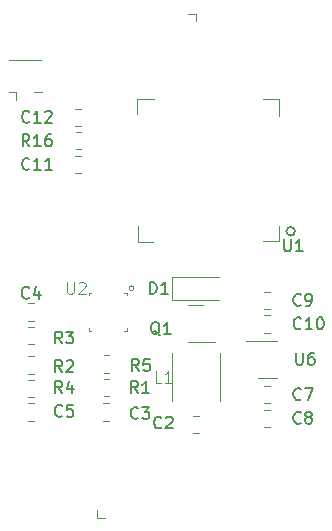
<source format=gbr>
%TF.GenerationSoftware,KiCad,Pcbnew,7.0.7*%
%TF.CreationDate,2024-01-18T13:53:05-05:00*%
%TF.ProjectId,DDRN_Hardware,4444524e-5f48-4617-9264-776172652e6b,rev?*%
%TF.SameCoordinates,Original*%
%TF.FileFunction,Legend,Top*%
%TF.FilePolarity,Positive*%
%FSLAX46Y46*%
G04 Gerber Fmt 4.6, Leading zero omitted, Abs format (unit mm)*
G04 Created by KiCad (PCBNEW 7.0.7) date 2024-01-18 13:53:05*
%MOMM*%
%LPD*%
G01*
G04 APERTURE LIST*
%ADD10C,0.150000*%
%ADD11C,0.100000*%
%ADD12C,0.120000*%
G04 APERTURE END LIST*
D10*
X38161905Y-88904819D02*
X38161905Y-87904819D01*
X38161905Y-87904819D02*
X38400000Y-87904819D01*
X38400000Y-87904819D02*
X38542857Y-87952438D01*
X38542857Y-87952438D02*
X38638095Y-88047676D01*
X38638095Y-88047676D02*
X38685714Y-88142914D01*
X38685714Y-88142914D02*
X38733333Y-88333390D01*
X38733333Y-88333390D02*
X38733333Y-88476247D01*
X38733333Y-88476247D02*
X38685714Y-88666723D01*
X38685714Y-88666723D02*
X38638095Y-88761961D01*
X38638095Y-88761961D02*
X38542857Y-88857200D01*
X38542857Y-88857200D02*
X38400000Y-88904819D01*
X38400000Y-88904819D02*
X38161905Y-88904819D01*
X39685714Y-88904819D02*
X39114286Y-88904819D01*
X39400000Y-88904819D02*
X39400000Y-87904819D01*
X39400000Y-87904819D02*
X39304762Y-88047676D01*
X39304762Y-88047676D02*
X39209524Y-88142914D01*
X39209524Y-88142914D02*
X39114286Y-88190533D01*
D11*
X31138095Y-87907419D02*
X31138095Y-88716942D01*
X31138095Y-88716942D02*
X31185714Y-88812180D01*
X31185714Y-88812180D02*
X31233333Y-88859800D01*
X31233333Y-88859800D02*
X31328571Y-88907419D01*
X31328571Y-88907419D02*
X31519047Y-88907419D01*
X31519047Y-88907419D02*
X31614285Y-88859800D01*
X31614285Y-88859800D02*
X31661904Y-88812180D01*
X31661904Y-88812180D02*
X31709523Y-88716942D01*
X31709523Y-88716942D02*
X31709523Y-87907419D01*
X32138095Y-88002657D02*
X32185714Y-87955038D01*
X32185714Y-87955038D02*
X32280952Y-87907419D01*
X32280952Y-87907419D02*
X32519047Y-87907419D01*
X32519047Y-87907419D02*
X32614285Y-87955038D01*
X32614285Y-87955038D02*
X32661904Y-88002657D01*
X32661904Y-88002657D02*
X32709523Y-88097895D01*
X32709523Y-88097895D02*
X32709523Y-88193133D01*
X32709523Y-88193133D02*
X32661904Y-88335990D01*
X32661904Y-88335990D02*
X32090476Y-88907419D01*
X32090476Y-88907419D02*
X32709523Y-88907419D01*
D10*
X37158333Y-99409580D02*
X37110714Y-99457200D01*
X37110714Y-99457200D02*
X36967857Y-99504819D01*
X36967857Y-99504819D02*
X36872619Y-99504819D01*
X36872619Y-99504819D02*
X36729762Y-99457200D01*
X36729762Y-99457200D02*
X36634524Y-99361961D01*
X36634524Y-99361961D02*
X36586905Y-99266723D01*
X36586905Y-99266723D02*
X36539286Y-99076247D01*
X36539286Y-99076247D02*
X36539286Y-98933390D01*
X36539286Y-98933390D02*
X36586905Y-98742914D01*
X36586905Y-98742914D02*
X36634524Y-98647676D01*
X36634524Y-98647676D02*
X36729762Y-98552438D01*
X36729762Y-98552438D02*
X36872619Y-98504819D01*
X36872619Y-98504819D02*
X36967857Y-98504819D01*
X36967857Y-98504819D02*
X37110714Y-98552438D01*
X37110714Y-98552438D02*
X37158333Y-98600057D01*
X37491667Y-98504819D02*
X38110714Y-98504819D01*
X38110714Y-98504819D02*
X37777381Y-98885771D01*
X37777381Y-98885771D02*
X37920238Y-98885771D01*
X37920238Y-98885771D02*
X38015476Y-98933390D01*
X38015476Y-98933390D02*
X38063095Y-98981009D01*
X38063095Y-98981009D02*
X38110714Y-99076247D01*
X38110714Y-99076247D02*
X38110714Y-99314342D01*
X38110714Y-99314342D02*
X38063095Y-99409580D01*
X38063095Y-99409580D02*
X38015476Y-99457200D01*
X38015476Y-99457200D02*
X37920238Y-99504819D01*
X37920238Y-99504819D02*
X37634524Y-99504819D01*
X37634524Y-99504819D02*
X37539286Y-99457200D01*
X37539286Y-99457200D02*
X37491667Y-99409580D01*
X50957142Y-91809580D02*
X50909523Y-91857200D01*
X50909523Y-91857200D02*
X50766666Y-91904819D01*
X50766666Y-91904819D02*
X50671428Y-91904819D01*
X50671428Y-91904819D02*
X50528571Y-91857200D01*
X50528571Y-91857200D02*
X50433333Y-91761961D01*
X50433333Y-91761961D02*
X50385714Y-91666723D01*
X50385714Y-91666723D02*
X50338095Y-91476247D01*
X50338095Y-91476247D02*
X50338095Y-91333390D01*
X50338095Y-91333390D02*
X50385714Y-91142914D01*
X50385714Y-91142914D02*
X50433333Y-91047676D01*
X50433333Y-91047676D02*
X50528571Y-90952438D01*
X50528571Y-90952438D02*
X50671428Y-90904819D01*
X50671428Y-90904819D02*
X50766666Y-90904819D01*
X50766666Y-90904819D02*
X50909523Y-90952438D01*
X50909523Y-90952438D02*
X50957142Y-91000057D01*
X51909523Y-91904819D02*
X51338095Y-91904819D01*
X51623809Y-91904819D02*
X51623809Y-90904819D01*
X51623809Y-90904819D02*
X51528571Y-91047676D01*
X51528571Y-91047676D02*
X51433333Y-91142914D01*
X51433333Y-91142914D02*
X51338095Y-91190533D01*
X52528571Y-90904819D02*
X52623809Y-90904819D01*
X52623809Y-90904819D02*
X52719047Y-90952438D01*
X52719047Y-90952438D02*
X52766666Y-91000057D01*
X52766666Y-91000057D02*
X52814285Y-91095295D01*
X52814285Y-91095295D02*
X52861904Y-91285771D01*
X52861904Y-91285771D02*
X52861904Y-91523866D01*
X52861904Y-91523866D02*
X52814285Y-91714342D01*
X52814285Y-91714342D02*
X52766666Y-91809580D01*
X52766666Y-91809580D02*
X52719047Y-91857200D01*
X52719047Y-91857200D02*
X52623809Y-91904819D01*
X52623809Y-91904819D02*
X52528571Y-91904819D01*
X52528571Y-91904819D02*
X52433333Y-91857200D01*
X52433333Y-91857200D02*
X52385714Y-91809580D01*
X52385714Y-91809580D02*
X52338095Y-91714342D01*
X52338095Y-91714342D02*
X52290476Y-91523866D01*
X52290476Y-91523866D02*
X52290476Y-91285771D01*
X52290476Y-91285771D02*
X52338095Y-91095295D01*
X52338095Y-91095295D02*
X52385714Y-91000057D01*
X52385714Y-91000057D02*
X52433333Y-90952438D01*
X52433333Y-90952438D02*
X52528571Y-90904819D01*
X50933333Y-89809580D02*
X50885714Y-89857200D01*
X50885714Y-89857200D02*
X50742857Y-89904819D01*
X50742857Y-89904819D02*
X50647619Y-89904819D01*
X50647619Y-89904819D02*
X50504762Y-89857200D01*
X50504762Y-89857200D02*
X50409524Y-89761961D01*
X50409524Y-89761961D02*
X50361905Y-89666723D01*
X50361905Y-89666723D02*
X50314286Y-89476247D01*
X50314286Y-89476247D02*
X50314286Y-89333390D01*
X50314286Y-89333390D02*
X50361905Y-89142914D01*
X50361905Y-89142914D02*
X50409524Y-89047676D01*
X50409524Y-89047676D02*
X50504762Y-88952438D01*
X50504762Y-88952438D02*
X50647619Y-88904819D01*
X50647619Y-88904819D02*
X50742857Y-88904819D01*
X50742857Y-88904819D02*
X50885714Y-88952438D01*
X50885714Y-88952438D02*
X50933333Y-89000057D01*
X51409524Y-89904819D02*
X51600000Y-89904819D01*
X51600000Y-89904819D02*
X51695238Y-89857200D01*
X51695238Y-89857200D02*
X51742857Y-89809580D01*
X51742857Y-89809580D02*
X51838095Y-89666723D01*
X51838095Y-89666723D02*
X51885714Y-89476247D01*
X51885714Y-89476247D02*
X51885714Y-89095295D01*
X51885714Y-89095295D02*
X51838095Y-89000057D01*
X51838095Y-89000057D02*
X51790476Y-88952438D01*
X51790476Y-88952438D02*
X51695238Y-88904819D01*
X51695238Y-88904819D02*
X51504762Y-88904819D01*
X51504762Y-88904819D02*
X51409524Y-88952438D01*
X51409524Y-88952438D02*
X51361905Y-89000057D01*
X51361905Y-89000057D02*
X51314286Y-89095295D01*
X51314286Y-89095295D02*
X51314286Y-89333390D01*
X51314286Y-89333390D02*
X51361905Y-89428628D01*
X51361905Y-89428628D02*
X51409524Y-89476247D01*
X51409524Y-89476247D02*
X51504762Y-89523866D01*
X51504762Y-89523866D02*
X51695238Y-89523866D01*
X51695238Y-89523866D02*
X51790476Y-89476247D01*
X51790476Y-89476247D02*
X51838095Y-89428628D01*
X51838095Y-89428628D02*
X51885714Y-89333390D01*
X39133333Y-100209580D02*
X39085714Y-100257200D01*
X39085714Y-100257200D02*
X38942857Y-100304819D01*
X38942857Y-100304819D02*
X38847619Y-100304819D01*
X38847619Y-100304819D02*
X38704762Y-100257200D01*
X38704762Y-100257200D02*
X38609524Y-100161961D01*
X38609524Y-100161961D02*
X38561905Y-100066723D01*
X38561905Y-100066723D02*
X38514286Y-99876247D01*
X38514286Y-99876247D02*
X38514286Y-99733390D01*
X38514286Y-99733390D02*
X38561905Y-99542914D01*
X38561905Y-99542914D02*
X38609524Y-99447676D01*
X38609524Y-99447676D02*
X38704762Y-99352438D01*
X38704762Y-99352438D02*
X38847619Y-99304819D01*
X38847619Y-99304819D02*
X38942857Y-99304819D01*
X38942857Y-99304819D02*
X39085714Y-99352438D01*
X39085714Y-99352438D02*
X39133333Y-99400057D01*
X39514286Y-99400057D02*
X39561905Y-99352438D01*
X39561905Y-99352438D02*
X39657143Y-99304819D01*
X39657143Y-99304819D02*
X39895238Y-99304819D01*
X39895238Y-99304819D02*
X39990476Y-99352438D01*
X39990476Y-99352438D02*
X40038095Y-99400057D01*
X40038095Y-99400057D02*
X40085714Y-99495295D01*
X40085714Y-99495295D02*
X40085714Y-99590533D01*
X40085714Y-99590533D02*
X40038095Y-99733390D01*
X40038095Y-99733390D02*
X39466667Y-100304819D01*
X39466667Y-100304819D02*
X40085714Y-100304819D01*
X50933333Y-99809580D02*
X50885714Y-99857200D01*
X50885714Y-99857200D02*
X50742857Y-99904819D01*
X50742857Y-99904819D02*
X50647619Y-99904819D01*
X50647619Y-99904819D02*
X50504762Y-99857200D01*
X50504762Y-99857200D02*
X50409524Y-99761961D01*
X50409524Y-99761961D02*
X50361905Y-99666723D01*
X50361905Y-99666723D02*
X50314286Y-99476247D01*
X50314286Y-99476247D02*
X50314286Y-99333390D01*
X50314286Y-99333390D02*
X50361905Y-99142914D01*
X50361905Y-99142914D02*
X50409524Y-99047676D01*
X50409524Y-99047676D02*
X50504762Y-98952438D01*
X50504762Y-98952438D02*
X50647619Y-98904819D01*
X50647619Y-98904819D02*
X50742857Y-98904819D01*
X50742857Y-98904819D02*
X50885714Y-98952438D01*
X50885714Y-98952438D02*
X50933333Y-99000057D01*
X51504762Y-99333390D02*
X51409524Y-99285771D01*
X51409524Y-99285771D02*
X51361905Y-99238152D01*
X51361905Y-99238152D02*
X51314286Y-99142914D01*
X51314286Y-99142914D02*
X51314286Y-99095295D01*
X51314286Y-99095295D02*
X51361905Y-99000057D01*
X51361905Y-99000057D02*
X51409524Y-98952438D01*
X51409524Y-98952438D02*
X51504762Y-98904819D01*
X51504762Y-98904819D02*
X51695238Y-98904819D01*
X51695238Y-98904819D02*
X51790476Y-98952438D01*
X51790476Y-98952438D02*
X51838095Y-99000057D01*
X51838095Y-99000057D02*
X51885714Y-99095295D01*
X51885714Y-99095295D02*
X51885714Y-99142914D01*
X51885714Y-99142914D02*
X51838095Y-99238152D01*
X51838095Y-99238152D02*
X51790476Y-99285771D01*
X51790476Y-99285771D02*
X51695238Y-99333390D01*
X51695238Y-99333390D02*
X51504762Y-99333390D01*
X51504762Y-99333390D02*
X51409524Y-99381009D01*
X51409524Y-99381009D02*
X51361905Y-99428628D01*
X51361905Y-99428628D02*
X51314286Y-99523866D01*
X51314286Y-99523866D02*
X51314286Y-99714342D01*
X51314286Y-99714342D02*
X51361905Y-99809580D01*
X51361905Y-99809580D02*
X51409524Y-99857200D01*
X51409524Y-99857200D02*
X51504762Y-99904819D01*
X51504762Y-99904819D02*
X51695238Y-99904819D01*
X51695238Y-99904819D02*
X51790476Y-99857200D01*
X51790476Y-99857200D02*
X51838095Y-99809580D01*
X51838095Y-99809580D02*
X51885714Y-99714342D01*
X51885714Y-99714342D02*
X51885714Y-99523866D01*
X51885714Y-99523866D02*
X51838095Y-99428628D01*
X51838095Y-99428628D02*
X51790476Y-99381009D01*
X51790476Y-99381009D02*
X51695238Y-99333390D01*
X37233333Y-95429819D02*
X36900000Y-94953628D01*
X36661905Y-95429819D02*
X36661905Y-94429819D01*
X36661905Y-94429819D02*
X37042857Y-94429819D01*
X37042857Y-94429819D02*
X37138095Y-94477438D01*
X37138095Y-94477438D02*
X37185714Y-94525057D01*
X37185714Y-94525057D02*
X37233333Y-94620295D01*
X37233333Y-94620295D02*
X37233333Y-94763152D01*
X37233333Y-94763152D02*
X37185714Y-94858390D01*
X37185714Y-94858390D02*
X37138095Y-94906009D01*
X37138095Y-94906009D02*
X37042857Y-94953628D01*
X37042857Y-94953628D02*
X36661905Y-94953628D01*
X38138095Y-94429819D02*
X37661905Y-94429819D01*
X37661905Y-94429819D02*
X37614286Y-94906009D01*
X37614286Y-94906009D02*
X37661905Y-94858390D01*
X37661905Y-94858390D02*
X37757143Y-94810771D01*
X37757143Y-94810771D02*
X37995238Y-94810771D01*
X37995238Y-94810771D02*
X38090476Y-94858390D01*
X38090476Y-94858390D02*
X38138095Y-94906009D01*
X38138095Y-94906009D02*
X38185714Y-95001247D01*
X38185714Y-95001247D02*
X38185714Y-95239342D01*
X38185714Y-95239342D02*
X38138095Y-95334580D01*
X38138095Y-95334580D02*
X38090476Y-95382200D01*
X38090476Y-95382200D02*
X37995238Y-95429819D01*
X37995238Y-95429819D02*
X37757143Y-95429819D01*
X37757143Y-95429819D02*
X37661905Y-95382200D01*
X37661905Y-95382200D02*
X37614286Y-95334580D01*
X49538095Y-84304819D02*
X49538095Y-85114342D01*
X49538095Y-85114342D02*
X49585714Y-85209580D01*
X49585714Y-85209580D02*
X49633333Y-85257200D01*
X49633333Y-85257200D02*
X49728571Y-85304819D01*
X49728571Y-85304819D02*
X49919047Y-85304819D01*
X49919047Y-85304819D02*
X50014285Y-85257200D01*
X50014285Y-85257200D02*
X50061904Y-85209580D01*
X50061904Y-85209580D02*
X50109523Y-85114342D01*
X50109523Y-85114342D02*
X50109523Y-84304819D01*
X51109523Y-85304819D02*
X50538095Y-85304819D01*
X50823809Y-85304819D02*
X50823809Y-84304819D01*
X50823809Y-84304819D02*
X50728571Y-84447676D01*
X50728571Y-84447676D02*
X50633333Y-84542914D01*
X50633333Y-84542914D02*
X50538095Y-84590533D01*
X27957142Y-78309580D02*
X27909523Y-78357200D01*
X27909523Y-78357200D02*
X27766666Y-78404819D01*
X27766666Y-78404819D02*
X27671428Y-78404819D01*
X27671428Y-78404819D02*
X27528571Y-78357200D01*
X27528571Y-78357200D02*
X27433333Y-78261961D01*
X27433333Y-78261961D02*
X27385714Y-78166723D01*
X27385714Y-78166723D02*
X27338095Y-77976247D01*
X27338095Y-77976247D02*
X27338095Y-77833390D01*
X27338095Y-77833390D02*
X27385714Y-77642914D01*
X27385714Y-77642914D02*
X27433333Y-77547676D01*
X27433333Y-77547676D02*
X27528571Y-77452438D01*
X27528571Y-77452438D02*
X27671428Y-77404819D01*
X27671428Y-77404819D02*
X27766666Y-77404819D01*
X27766666Y-77404819D02*
X27909523Y-77452438D01*
X27909523Y-77452438D02*
X27957142Y-77500057D01*
X28909523Y-78404819D02*
X28338095Y-78404819D01*
X28623809Y-78404819D02*
X28623809Y-77404819D01*
X28623809Y-77404819D02*
X28528571Y-77547676D01*
X28528571Y-77547676D02*
X28433333Y-77642914D01*
X28433333Y-77642914D02*
X28338095Y-77690533D01*
X29861904Y-78404819D02*
X29290476Y-78404819D01*
X29576190Y-78404819D02*
X29576190Y-77404819D01*
X29576190Y-77404819D02*
X29480952Y-77547676D01*
X29480952Y-77547676D02*
X29385714Y-77642914D01*
X29385714Y-77642914D02*
X29290476Y-77690533D01*
X27957142Y-74309580D02*
X27909523Y-74357200D01*
X27909523Y-74357200D02*
X27766666Y-74404819D01*
X27766666Y-74404819D02*
X27671428Y-74404819D01*
X27671428Y-74404819D02*
X27528571Y-74357200D01*
X27528571Y-74357200D02*
X27433333Y-74261961D01*
X27433333Y-74261961D02*
X27385714Y-74166723D01*
X27385714Y-74166723D02*
X27338095Y-73976247D01*
X27338095Y-73976247D02*
X27338095Y-73833390D01*
X27338095Y-73833390D02*
X27385714Y-73642914D01*
X27385714Y-73642914D02*
X27433333Y-73547676D01*
X27433333Y-73547676D02*
X27528571Y-73452438D01*
X27528571Y-73452438D02*
X27671428Y-73404819D01*
X27671428Y-73404819D02*
X27766666Y-73404819D01*
X27766666Y-73404819D02*
X27909523Y-73452438D01*
X27909523Y-73452438D02*
X27957142Y-73500057D01*
X28909523Y-74404819D02*
X28338095Y-74404819D01*
X28623809Y-74404819D02*
X28623809Y-73404819D01*
X28623809Y-73404819D02*
X28528571Y-73547676D01*
X28528571Y-73547676D02*
X28433333Y-73642914D01*
X28433333Y-73642914D02*
X28338095Y-73690533D01*
X29290476Y-73500057D02*
X29338095Y-73452438D01*
X29338095Y-73452438D02*
X29433333Y-73404819D01*
X29433333Y-73404819D02*
X29671428Y-73404819D01*
X29671428Y-73404819D02*
X29766666Y-73452438D01*
X29766666Y-73452438D02*
X29814285Y-73500057D01*
X29814285Y-73500057D02*
X29861904Y-73595295D01*
X29861904Y-73595295D02*
X29861904Y-73690533D01*
X29861904Y-73690533D02*
X29814285Y-73833390D01*
X29814285Y-73833390D02*
X29242857Y-74404819D01*
X29242857Y-74404819D02*
X29861904Y-74404819D01*
X27933333Y-89209580D02*
X27885714Y-89257200D01*
X27885714Y-89257200D02*
X27742857Y-89304819D01*
X27742857Y-89304819D02*
X27647619Y-89304819D01*
X27647619Y-89304819D02*
X27504762Y-89257200D01*
X27504762Y-89257200D02*
X27409524Y-89161961D01*
X27409524Y-89161961D02*
X27361905Y-89066723D01*
X27361905Y-89066723D02*
X27314286Y-88876247D01*
X27314286Y-88876247D02*
X27314286Y-88733390D01*
X27314286Y-88733390D02*
X27361905Y-88542914D01*
X27361905Y-88542914D02*
X27409524Y-88447676D01*
X27409524Y-88447676D02*
X27504762Y-88352438D01*
X27504762Y-88352438D02*
X27647619Y-88304819D01*
X27647619Y-88304819D02*
X27742857Y-88304819D01*
X27742857Y-88304819D02*
X27885714Y-88352438D01*
X27885714Y-88352438D02*
X27933333Y-88400057D01*
X28790476Y-88638152D02*
X28790476Y-89304819D01*
X28552381Y-88257200D02*
X28314286Y-88971485D01*
X28314286Y-88971485D02*
X28933333Y-88971485D01*
X39004761Y-92400057D02*
X38909523Y-92352438D01*
X38909523Y-92352438D02*
X38814285Y-92257200D01*
X38814285Y-92257200D02*
X38671428Y-92114342D01*
X38671428Y-92114342D02*
X38576190Y-92066723D01*
X38576190Y-92066723D02*
X38480952Y-92066723D01*
X38528571Y-92304819D02*
X38433333Y-92257200D01*
X38433333Y-92257200D02*
X38338095Y-92161961D01*
X38338095Y-92161961D02*
X38290476Y-91971485D01*
X38290476Y-91971485D02*
X38290476Y-91638152D01*
X38290476Y-91638152D02*
X38338095Y-91447676D01*
X38338095Y-91447676D02*
X38433333Y-91352438D01*
X38433333Y-91352438D02*
X38528571Y-91304819D01*
X38528571Y-91304819D02*
X38719047Y-91304819D01*
X38719047Y-91304819D02*
X38814285Y-91352438D01*
X38814285Y-91352438D02*
X38909523Y-91447676D01*
X38909523Y-91447676D02*
X38957142Y-91638152D01*
X38957142Y-91638152D02*
X38957142Y-91971485D01*
X38957142Y-91971485D02*
X38909523Y-92161961D01*
X38909523Y-92161961D02*
X38814285Y-92257200D01*
X38814285Y-92257200D02*
X38719047Y-92304819D01*
X38719047Y-92304819D02*
X38528571Y-92304819D01*
X39909523Y-92304819D02*
X39338095Y-92304819D01*
X39623809Y-92304819D02*
X39623809Y-91304819D01*
X39623809Y-91304819D02*
X39528571Y-91447676D01*
X39528571Y-91447676D02*
X39433333Y-91542914D01*
X39433333Y-91542914D02*
X39338095Y-91590533D01*
X30733333Y-97304819D02*
X30400000Y-96828628D01*
X30161905Y-97304819D02*
X30161905Y-96304819D01*
X30161905Y-96304819D02*
X30542857Y-96304819D01*
X30542857Y-96304819D02*
X30638095Y-96352438D01*
X30638095Y-96352438D02*
X30685714Y-96400057D01*
X30685714Y-96400057D02*
X30733333Y-96495295D01*
X30733333Y-96495295D02*
X30733333Y-96638152D01*
X30733333Y-96638152D02*
X30685714Y-96733390D01*
X30685714Y-96733390D02*
X30638095Y-96781009D01*
X30638095Y-96781009D02*
X30542857Y-96828628D01*
X30542857Y-96828628D02*
X30161905Y-96828628D01*
X31590476Y-96638152D02*
X31590476Y-97304819D01*
X31352381Y-96257200D02*
X31114286Y-96971485D01*
X31114286Y-96971485D02*
X31733333Y-96971485D01*
X30733333Y-99209580D02*
X30685714Y-99257200D01*
X30685714Y-99257200D02*
X30542857Y-99304819D01*
X30542857Y-99304819D02*
X30447619Y-99304819D01*
X30447619Y-99304819D02*
X30304762Y-99257200D01*
X30304762Y-99257200D02*
X30209524Y-99161961D01*
X30209524Y-99161961D02*
X30161905Y-99066723D01*
X30161905Y-99066723D02*
X30114286Y-98876247D01*
X30114286Y-98876247D02*
X30114286Y-98733390D01*
X30114286Y-98733390D02*
X30161905Y-98542914D01*
X30161905Y-98542914D02*
X30209524Y-98447676D01*
X30209524Y-98447676D02*
X30304762Y-98352438D01*
X30304762Y-98352438D02*
X30447619Y-98304819D01*
X30447619Y-98304819D02*
X30542857Y-98304819D01*
X30542857Y-98304819D02*
X30685714Y-98352438D01*
X30685714Y-98352438D02*
X30733333Y-98400057D01*
X31638095Y-98304819D02*
X31161905Y-98304819D01*
X31161905Y-98304819D02*
X31114286Y-98781009D01*
X31114286Y-98781009D02*
X31161905Y-98733390D01*
X31161905Y-98733390D02*
X31257143Y-98685771D01*
X31257143Y-98685771D02*
X31495238Y-98685771D01*
X31495238Y-98685771D02*
X31590476Y-98733390D01*
X31590476Y-98733390D02*
X31638095Y-98781009D01*
X31638095Y-98781009D02*
X31685714Y-98876247D01*
X31685714Y-98876247D02*
X31685714Y-99114342D01*
X31685714Y-99114342D02*
X31638095Y-99209580D01*
X31638095Y-99209580D02*
X31590476Y-99257200D01*
X31590476Y-99257200D02*
X31495238Y-99304819D01*
X31495238Y-99304819D02*
X31257143Y-99304819D01*
X31257143Y-99304819D02*
X31161905Y-99257200D01*
X31161905Y-99257200D02*
X31114286Y-99209580D01*
X30733333Y-95504819D02*
X30400000Y-95028628D01*
X30161905Y-95504819D02*
X30161905Y-94504819D01*
X30161905Y-94504819D02*
X30542857Y-94504819D01*
X30542857Y-94504819D02*
X30638095Y-94552438D01*
X30638095Y-94552438D02*
X30685714Y-94600057D01*
X30685714Y-94600057D02*
X30733333Y-94695295D01*
X30733333Y-94695295D02*
X30733333Y-94838152D01*
X30733333Y-94838152D02*
X30685714Y-94933390D01*
X30685714Y-94933390D02*
X30638095Y-94981009D01*
X30638095Y-94981009D02*
X30542857Y-95028628D01*
X30542857Y-95028628D02*
X30161905Y-95028628D01*
X31114286Y-94600057D02*
X31161905Y-94552438D01*
X31161905Y-94552438D02*
X31257143Y-94504819D01*
X31257143Y-94504819D02*
X31495238Y-94504819D01*
X31495238Y-94504819D02*
X31590476Y-94552438D01*
X31590476Y-94552438D02*
X31638095Y-94600057D01*
X31638095Y-94600057D02*
X31685714Y-94695295D01*
X31685714Y-94695295D02*
X31685714Y-94790533D01*
X31685714Y-94790533D02*
X31638095Y-94933390D01*
X31638095Y-94933390D02*
X31066667Y-95504819D01*
X31066667Y-95504819D02*
X31685714Y-95504819D01*
X27957142Y-76404819D02*
X27623809Y-75928628D01*
X27385714Y-76404819D02*
X27385714Y-75404819D01*
X27385714Y-75404819D02*
X27766666Y-75404819D01*
X27766666Y-75404819D02*
X27861904Y-75452438D01*
X27861904Y-75452438D02*
X27909523Y-75500057D01*
X27909523Y-75500057D02*
X27957142Y-75595295D01*
X27957142Y-75595295D02*
X27957142Y-75738152D01*
X27957142Y-75738152D02*
X27909523Y-75833390D01*
X27909523Y-75833390D02*
X27861904Y-75881009D01*
X27861904Y-75881009D02*
X27766666Y-75928628D01*
X27766666Y-75928628D02*
X27385714Y-75928628D01*
X28909523Y-76404819D02*
X28338095Y-76404819D01*
X28623809Y-76404819D02*
X28623809Y-75404819D01*
X28623809Y-75404819D02*
X28528571Y-75547676D01*
X28528571Y-75547676D02*
X28433333Y-75642914D01*
X28433333Y-75642914D02*
X28338095Y-75690533D01*
X29766666Y-75404819D02*
X29576190Y-75404819D01*
X29576190Y-75404819D02*
X29480952Y-75452438D01*
X29480952Y-75452438D02*
X29433333Y-75500057D01*
X29433333Y-75500057D02*
X29338095Y-75642914D01*
X29338095Y-75642914D02*
X29290476Y-75833390D01*
X29290476Y-75833390D02*
X29290476Y-76214342D01*
X29290476Y-76214342D02*
X29338095Y-76309580D01*
X29338095Y-76309580D02*
X29385714Y-76357200D01*
X29385714Y-76357200D02*
X29480952Y-76404819D01*
X29480952Y-76404819D02*
X29671428Y-76404819D01*
X29671428Y-76404819D02*
X29766666Y-76357200D01*
X29766666Y-76357200D02*
X29814285Y-76309580D01*
X29814285Y-76309580D02*
X29861904Y-76214342D01*
X29861904Y-76214342D02*
X29861904Y-75976247D01*
X29861904Y-75976247D02*
X29814285Y-75881009D01*
X29814285Y-75881009D02*
X29766666Y-75833390D01*
X29766666Y-75833390D02*
X29671428Y-75785771D01*
X29671428Y-75785771D02*
X29480952Y-75785771D01*
X29480952Y-75785771D02*
X29385714Y-75833390D01*
X29385714Y-75833390D02*
X29338095Y-75881009D01*
X29338095Y-75881009D02*
X29290476Y-75976247D01*
D11*
X39139333Y-96432419D02*
X38663143Y-96432419D01*
X38663143Y-96432419D02*
X38663143Y-95432419D01*
X39996476Y-96432419D02*
X39425048Y-96432419D01*
X39710762Y-96432419D02*
X39710762Y-95432419D01*
X39710762Y-95432419D02*
X39615524Y-95575276D01*
X39615524Y-95575276D02*
X39520286Y-95670514D01*
X39520286Y-95670514D02*
X39425048Y-95718133D01*
D10*
X30733333Y-93104819D02*
X30400000Y-92628628D01*
X30161905Y-93104819D02*
X30161905Y-92104819D01*
X30161905Y-92104819D02*
X30542857Y-92104819D01*
X30542857Y-92104819D02*
X30638095Y-92152438D01*
X30638095Y-92152438D02*
X30685714Y-92200057D01*
X30685714Y-92200057D02*
X30733333Y-92295295D01*
X30733333Y-92295295D02*
X30733333Y-92438152D01*
X30733333Y-92438152D02*
X30685714Y-92533390D01*
X30685714Y-92533390D02*
X30638095Y-92581009D01*
X30638095Y-92581009D02*
X30542857Y-92628628D01*
X30542857Y-92628628D02*
X30161905Y-92628628D01*
X31066667Y-92104819D02*
X31685714Y-92104819D01*
X31685714Y-92104819D02*
X31352381Y-92485771D01*
X31352381Y-92485771D02*
X31495238Y-92485771D01*
X31495238Y-92485771D02*
X31590476Y-92533390D01*
X31590476Y-92533390D02*
X31638095Y-92581009D01*
X31638095Y-92581009D02*
X31685714Y-92676247D01*
X31685714Y-92676247D02*
X31685714Y-92914342D01*
X31685714Y-92914342D02*
X31638095Y-93009580D01*
X31638095Y-93009580D02*
X31590476Y-93057200D01*
X31590476Y-93057200D02*
X31495238Y-93104819D01*
X31495238Y-93104819D02*
X31209524Y-93104819D01*
X31209524Y-93104819D02*
X31114286Y-93057200D01*
X31114286Y-93057200D02*
X31066667Y-93009580D01*
X50933333Y-97809580D02*
X50885714Y-97857200D01*
X50885714Y-97857200D02*
X50742857Y-97904819D01*
X50742857Y-97904819D02*
X50647619Y-97904819D01*
X50647619Y-97904819D02*
X50504762Y-97857200D01*
X50504762Y-97857200D02*
X50409524Y-97761961D01*
X50409524Y-97761961D02*
X50361905Y-97666723D01*
X50361905Y-97666723D02*
X50314286Y-97476247D01*
X50314286Y-97476247D02*
X50314286Y-97333390D01*
X50314286Y-97333390D02*
X50361905Y-97142914D01*
X50361905Y-97142914D02*
X50409524Y-97047676D01*
X50409524Y-97047676D02*
X50504762Y-96952438D01*
X50504762Y-96952438D02*
X50647619Y-96904819D01*
X50647619Y-96904819D02*
X50742857Y-96904819D01*
X50742857Y-96904819D02*
X50885714Y-96952438D01*
X50885714Y-96952438D02*
X50933333Y-97000057D01*
X51266667Y-96904819D02*
X51933333Y-96904819D01*
X51933333Y-96904819D02*
X51504762Y-97904819D01*
X50538095Y-93904819D02*
X50538095Y-94714342D01*
X50538095Y-94714342D02*
X50585714Y-94809580D01*
X50585714Y-94809580D02*
X50633333Y-94857200D01*
X50633333Y-94857200D02*
X50728571Y-94904819D01*
X50728571Y-94904819D02*
X50919047Y-94904819D01*
X50919047Y-94904819D02*
X51014285Y-94857200D01*
X51014285Y-94857200D02*
X51061904Y-94809580D01*
X51061904Y-94809580D02*
X51109523Y-94714342D01*
X51109523Y-94714342D02*
X51109523Y-93904819D01*
X52014285Y-93904819D02*
X51823809Y-93904819D01*
X51823809Y-93904819D02*
X51728571Y-93952438D01*
X51728571Y-93952438D02*
X51680952Y-94000057D01*
X51680952Y-94000057D02*
X51585714Y-94142914D01*
X51585714Y-94142914D02*
X51538095Y-94333390D01*
X51538095Y-94333390D02*
X51538095Y-94714342D01*
X51538095Y-94714342D02*
X51585714Y-94809580D01*
X51585714Y-94809580D02*
X51633333Y-94857200D01*
X51633333Y-94857200D02*
X51728571Y-94904819D01*
X51728571Y-94904819D02*
X51919047Y-94904819D01*
X51919047Y-94904819D02*
X52014285Y-94857200D01*
X52014285Y-94857200D02*
X52061904Y-94809580D01*
X52061904Y-94809580D02*
X52109523Y-94714342D01*
X52109523Y-94714342D02*
X52109523Y-94476247D01*
X52109523Y-94476247D02*
X52061904Y-94381009D01*
X52061904Y-94381009D02*
X52014285Y-94333390D01*
X52014285Y-94333390D02*
X51919047Y-94285771D01*
X51919047Y-94285771D02*
X51728571Y-94285771D01*
X51728571Y-94285771D02*
X51633333Y-94333390D01*
X51633333Y-94333390D02*
X51585714Y-94381009D01*
X51585714Y-94381009D02*
X51538095Y-94476247D01*
X37133333Y-97304819D02*
X36800000Y-96828628D01*
X36561905Y-97304819D02*
X36561905Y-96304819D01*
X36561905Y-96304819D02*
X36942857Y-96304819D01*
X36942857Y-96304819D02*
X37038095Y-96352438D01*
X37038095Y-96352438D02*
X37085714Y-96400057D01*
X37085714Y-96400057D02*
X37133333Y-96495295D01*
X37133333Y-96495295D02*
X37133333Y-96638152D01*
X37133333Y-96638152D02*
X37085714Y-96733390D01*
X37085714Y-96733390D02*
X37038095Y-96781009D01*
X37038095Y-96781009D02*
X36942857Y-96828628D01*
X36942857Y-96828628D02*
X36561905Y-96828628D01*
X38085714Y-97304819D02*
X37514286Y-97304819D01*
X37800000Y-97304819D02*
X37800000Y-96304819D01*
X37800000Y-96304819D02*
X37704762Y-96447676D01*
X37704762Y-96447676D02*
X37609524Y-96542914D01*
X37609524Y-96542914D02*
X37514286Y-96590533D01*
D12*
%TO.C,D1*%
X40027500Y-87450000D02*
X40027500Y-89450000D01*
X40027500Y-87450000D02*
X44037500Y-87450000D01*
X40027500Y-89450000D02*
X44037500Y-89450000D01*
D11*
%TO.C,U2*%
X36200000Y-88825000D02*
X36200000Y-89025000D01*
X36000000Y-88825000D02*
X36200000Y-88825000D01*
X33000000Y-88825000D02*
X33200000Y-88825000D01*
X33000000Y-89025000D02*
X33000000Y-88825000D01*
X36200000Y-91825000D02*
X36200000Y-92025000D01*
X36200000Y-92025000D02*
X36000000Y-92025000D01*
X33200000Y-92025000D02*
X33000000Y-92025000D01*
X33000000Y-92025000D02*
X33000000Y-91825000D01*
X36800000Y-88425000D02*
G75*
G03*
X36800000Y-88425000I-200000J0D01*
G01*
D12*
%TO.C,C3*%
X34723752Y-99660000D02*
X34201248Y-99660000D01*
X34723752Y-98190000D02*
X34201248Y-98190000D01*
%TO.C,J2*%
X26200000Y-71835000D02*
X26840000Y-71835000D01*
X26840000Y-71835000D02*
X26840000Y-72465000D01*
X29000000Y-71835000D02*
X28360000Y-71835000D01*
X26250000Y-69115000D02*
X28950000Y-69115000D01*
%TO.C,C10*%
X47801248Y-90715000D02*
X48323752Y-90715000D01*
X47801248Y-92185000D02*
X48323752Y-92185000D01*
%TO.C,C9*%
X47838748Y-88715000D02*
X48361252Y-88715000D01*
X47838748Y-90185000D02*
X48361252Y-90185000D01*
%TO.C,C2*%
X42323752Y-100685000D02*
X41801248Y-100685000D01*
X42323752Y-99215000D02*
X41801248Y-99215000D01*
%TO.C,C8*%
X47801248Y-98715000D02*
X48323752Y-98715000D01*
X47801248Y-100185000D02*
X48323752Y-100185000D01*
%TO.C,R5*%
X34272936Y-94115000D02*
X34727064Y-94115000D01*
X34272936Y-95585000D02*
X34727064Y-95585000D01*
D11*
%TO.C,U1*%
X49100000Y-84450000D02*
X47700000Y-84450000D01*
X49100000Y-83150000D02*
X49100000Y-84450000D01*
X49050000Y-72450000D02*
X49050000Y-73850000D01*
X47750000Y-72450000D02*
X49050000Y-72450000D01*
X38450000Y-84550000D02*
X37150000Y-84550000D01*
X37150000Y-84550000D02*
X37150000Y-83150000D01*
X37100000Y-73700000D02*
X37100000Y-72400000D01*
X37100000Y-72400000D02*
X38500000Y-72400000D01*
D10*
X50442353Y-83610000D02*
G75*
G03*
X50442353Y-83610000I-362353J0D01*
G01*
D12*
%TO.C,C11*%
X32323752Y-78685000D02*
X31801248Y-78685000D01*
X32323752Y-77215000D02*
X31801248Y-77215000D01*
%TO.C,C12*%
X31801248Y-73215000D02*
X32323752Y-73215000D01*
X31801248Y-74685000D02*
X32323752Y-74685000D01*
%TO.C,C4*%
X28361252Y-91185000D02*
X27838748Y-91185000D01*
X28361252Y-89715000D02*
X27838748Y-89715000D01*
%TO.C,Q1*%
X42037500Y-93010000D02*
X43712500Y-93010000D01*
X42037500Y-93010000D02*
X41387500Y-93010000D01*
X42037500Y-89890000D02*
X42687500Y-89890000D01*
X42037500Y-89890000D02*
X41387500Y-89890000D01*
%TO.C,J5*%
X33695000Y-107855000D02*
X33695000Y-107220000D01*
X34330000Y-107855000D02*
X33695000Y-107855000D01*
%TO.C,R4*%
X27872936Y-96190000D02*
X28327064Y-96190000D01*
X27872936Y-97660000D02*
X28327064Y-97660000D01*
%TO.C,C5*%
X27801248Y-98190000D02*
X28323752Y-98190000D01*
X27801248Y-99660000D02*
X28323752Y-99660000D01*
%TO.C,J1*%
X42045000Y-65815000D02*
X42045000Y-65180000D01*
X42045000Y-65180000D02*
X41410000Y-65180000D01*
%TO.C,R2*%
X28327064Y-95660000D02*
X27872936Y-95660000D01*
X28327064Y-94190000D02*
X27872936Y-94190000D01*
%TO.C,R16*%
X31872936Y-75215000D02*
X32327064Y-75215000D01*
X31872936Y-76685000D02*
X32327064Y-76685000D01*
D11*
%TO.C,L1*%
X40068000Y-98007000D02*
X40068000Y-93943000D01*
X44132000Y-98007000D02*
X44132000Y-93943000D01*
D12*
%TO.C,R3*%
X28327064Y-93160000D02*
X27872936Y-93160000D01*
X28327064Y-91690000D02*
X27872936Y-91690000D01*
%TO.C,C7*%
X47801248Y-96715000D02*
X48323752Y-96715000D01*
X47801248Y-98185000D02*
X48323752Y-98185000D01*
%TO.C,U6*%
X48100000Y-92890000D02*
X46300000Y-92890000D01*
X48100000Y-92890000D02*
X48900000Y-92890000D01*
X48100000Y-96010000D02*
X47300000Y-96010000D01*
X48100000Y-96010000D02*
X48900000Y-96010000D01*
%TO.C,R1*%
X34272936Y-96115000D02*
X34727064Y-96115000D01*
X34272936Y-97585000D02*
X34727064Y-97585000D01*
%TD*%
M02*

</source>
